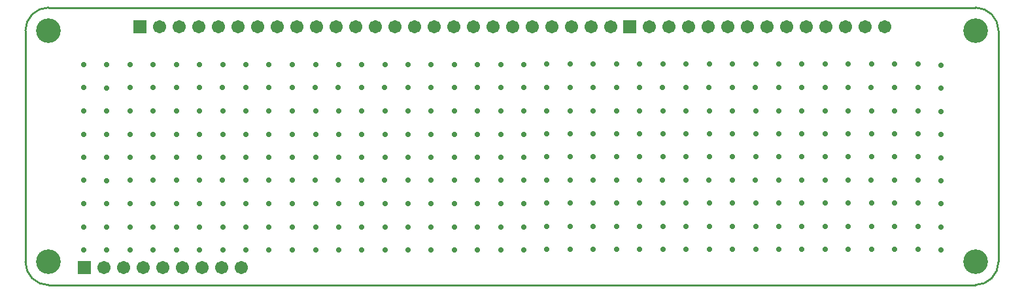
<source format=gbs>
G04*
G04 #@! TF.GenerationSoftware,Altium Limited,Altium Designer,18.1.9 (240)*
G04*
G04 Layer_Color=16711935*
%FSLAX44Y44*%
%MOMM*%
G71*
G01*
G75*
%ADD12C,0.2540*%
%ADD15R,1.7032X1.7032*%
%ADD16C,1.7032*%
%ADD17C,0.7032*%
%ADD18C,3.2032*%
D12*
X370000Y750000D02*
G03*
X400000Y720000I30000J0D01*
G01*
X1600000D02*
G03*
X1630000Y750000I0J30000D01*
G01*
Y1050000D02*
G03*
X1600000Y1080000I-30000J0D01*
G01*
X400000D02*
G03*
X370000Y1050000I0J-30000D01*
G01*
X1630000Y750000D02*
Y1050000D01*
X400000Y720000D02*
X1600000D01*
X400000Y1079750D02*
X1600000D01*
X370000Y750000D02*
Y1050000D01*
D15*
X446700Y742500D02*
D03*
X1152600Y1055250D02*
D03*
X518000Y1055250D02*
D03*
D16*
X497500Y742500D02*
D03*
X522900D02*
D03*
X548300D02*
D03*
X573700D02*
D03*
X599100D02*
D03*
X624500D02*
D03*
X649900D02*
D03*
X472100D02*
D03*
X1482800Y1055250D02*
D03*
X1457400D02*
D03*
X1432000D02*
D03*
X1406600D02*
D03*
X1381200D02*
D03*
X1355800D02*
D03*
X1330400D02*
D03*
X1305000D02*
D03*
X1279600D02*
D03*
X1254200D02*
D03*
X1228800D02*
D03*
X1203400D02*
D03*
X1178000D02*
D03*
X543400Y1055250D02*
D03*
X568800D02*
D03*
X594200D02*
D03*
X619600D02*
D03*
X645000D02*
D03*
X670400D02*
D03*
X695800D02*
D03*
X721200D02*
D03*
X746600D02*
D03*
X772000D02*
D03*
X797400D02*
D03*
X822800D02*
D03*
X848200D02*
D03*
X873600D02*
D03*
X899000D02*
D03*
X924400D02*
D03*
X949800D02*
D03*
X975200D02*
D03*
X1000600D02*
D03*
X1026000D02*
D03*
X1051400D02*
D03*
X1076800D02*
D03*
X1102200D02*
D03*
X1127600D02*
D03*
D17*
X445750Y765750D02*
D03*
Y825750D02*
D03*
X445500Y855750D02*
D03*
X445750Y885750D02*
D03*
Y915750D02*
D03*
Y945750D02*
D03*
X445500Y976000D02*
D03*
X445750Y1006000D02*
D03*
Y795500D02*
D03*
X1525750Y1006500D02*
D03*
X1525500Y976500D02*
D03*
X1525750Y946250D02*
D03*
Y916250D02*
D03*
Y886250D02*
D03*
X1525500Y856250D02*
D03*
X1525750Y826250D02*
D03*
Y796000D02*
D03*
Y766250D02*
D03*
X1495500Y1006500D02*
D03*
X1495250Y976500D02*
D03*
X1495500Y946250D02*
D03*
Y916250D02*
D03*
Y886250D02*
D03*
X1495250Y856250D02*
D03*
X1495500Y826250D02*
D03*
Y796000D02*
D03*
Y766250D02*
D03*
X1465500Y1006500D02*
D03*
X1465250Y976500D02*
D03*
X1465500Y946250D02*
D03*
Y916250D02*
D03*
Y886250D02*
D03*
X1465250Y856250D02*
D03*
X1465500Y826250D02*
D03*
Y796000D02*
D03*
Y766250D02*
D03*
X1435500Y1006500D02*
D03*
X1435250Y976500D02*
D03*
X1435500Y946250D02*
D03*
Y916250D02*
D03*
Y886250D02*
D03*
X1435250Y856250D02*
D03*
X1435500Y826250D02*
D03*
Y796000D02*
D03*
Y766250D02*
D03*
X1405750Y1006500D02*
D03*
X1405500Y976500D02*
D03*
X1405750Y946250D02*
D03*
Y916250D02*
D03*
Y886250D02*
D03*
X1405500Y856250D02*
D03*
X1405750Y826250D02*
D03*
Y796000D02*
D03*
Y766250D02*
D03*
X1375500Y1006500D02*
D03*
X1375250Y976500D02*
D03*
X1375500Y946250D02*
D03*
Y916250D02*
D03*
Y886250D02*
D03*
X1375250Y856250D02*
D03*
X1375500Y826250D02*
D03*
Y796000D02*
D03*
Y766250D02*
D03*
X1345750Y1006500D02*
D03*
X1345500Y976500D02*
D03*
X1345750Y946250D02*
D03*
Y916250D02*
D03*
Y886250D02*
D03*
X1345500Y856250D02*
D03*
X1345750Y826250D02*
D03*
Y796000D02*
D03*
Y766250D02*
D03*
X1315500Y1006500D02*
D03*
X1315250Y976500D02*
D03*
X1315500Y946250D02*
D03*
Y916250D02*
D03*
Y886250D02*
D03*
X1315250Y856250D02*
D03*
X1315500Y826250D02*
D03*
Y796000D02*
D03*
Y766250D02*
D03*
X1285500Y1006500D02*
D03*
X1285250Y976500D02*
D03*
X1285500Y946250D02*
D03*
Y916250D02*
D03*
Y886250D02*
D03*
X1285250Y856250D02*
D03*
X1285500Y826250D02*
D03*
Y796000D02*
D03*
Y766250D02*
D03*
X1255500Y1006500D02*
D03*
X1255250Y976500D02*
D03*
X1255500Y946250D02*
D03*
Y916250D02*
D03*
Y886250D02*
D03*
X1255250Y856250D02*
D03*
X1255500Y826250D02*
D03*
Y796000D02*
D03*
Y766250D02*
D03*
X1225500Y1006500D02*
D03*
X1225250Y976500D02*
D03*
X1225500Y946250D02*
D03*
Y916250D02*
D03*
Y886250D02*
D03*
X1225250Y856250D02*
D03*
X1225500Y826250D02*
D03*
Y796000D02*
D03*
Y766250D02*
D03*
X1195500Y1006500D02*
D03*
X1195250Y976500D02*
D03*
X1195500Y946250D02*
D03*
Y916250D02*
D03*
Y886250D02*
D03*
X1195250Y856250D02*
D03*
X1195500Y826250D02*
D03*
Y796000D02*
D03*
Y766250D02*
D03*
X1165500Y1006500D02*
D03*
X1165250Y976500D02*
D03*
X1165500Y946250D02*
D03*
Y916250D02*
D03*
Y886250D02*
D03*
X1165250Y856250D02*
D03*
X1165500Y826250D02*
D03*
Y796000D02*
D03*
Y766250D02*
D03*
X1135750Y1006500D02*
D03*
X1135500Y976500D02*
D03*
X1135750Y946250D02*
D03*
Y916250D02*
D03*
Y886250D02*
D03*
X1135500Y856250D02*
D03*
X1135750Y826250D02*
D03*
Y796000D02*
D03*
Y766250D02*
D03*
X1105500Y1006500D02*
D03*
X1105250Y976500D02*
D03*
X1105500Y946250D02*
D03*
Y916250D02*
D03*
Y886250D02*
D03*
X1105250Y856250D02*
D03*
X1105500Y826250D02*
D03*
Y796000D02*
D03*
Y766250D02*
D03*
X1075500Y1006500D02*
D03*
X1075250Y976500D02*
D03*
X1075500Y946250D02*
D03*
Y916250D02*
D03*
Y886250D02*
D03*
X1075250Y856250D02*
D03*
X1075500Y826250D02*
D03*
Y796000D02*
D03*
Y766250D02*
D03*
X1045250Y1006500D02*
D03*
X1045000Y976500D02*
D03*
X1045250Y946250D02*
D03*
Y916250D02*
D03*
Y886250D02*
D03*
X1045000Y856250D02*
D03*
X1045250Y826250D02*
D03*
Y796000D02*
D03*
Y766250D02*
D03*
X1015500Y1006000D02*
D03*
X1015250Y976000D02*
D03*
X1015500Y945750D02*
D03*
Y915750D02*
D03*
Y885750D02*
D03*
X1015250Y855750D02*
D03*
X1015500Y825750D02*
D03*
Y795500D02*
D03*
Y765750D02*
D03*
X1555750Y1005500D02*
D03*
X1555500Y975500D02*
D03*
X1555750Y945250D02*
D03*
Y915250D02*
D03*
Y885250D02*
D03*
X1555500Y855250D02*
D03*
X1555750Y825250D02*
D03*
Y795000D02*
D03*
Y765250D02*
D03*
X985750Y1006000D02*
D03*
X985500Y976000D02*
D03*
X985750Y945750D02*
D03*
Y915750D02*
D03*
Y885750D02*
D03*
X985500Y855750D02*
D03*
X985750Y825750D02*
D03*
Y795500D02*
D03*
Y765750D02*
D03*
X955500Y1006000D02*
D03*
X955250Y976000D02*
D03*
X955500Y945750D02*
D03*
Y915750D02*
D03*
Y885750D02*
D03*
X955250Y855750D02*
D03*
X955500Y825750D02*
D03*
Y795500D02*
D03*
Y765750D02*
D03*
X925500Y1006000D02*
D03*
X925250Y976000D02*
D03*
X925500Y945750D02*
D03*
Y915750D02*
D03*
Y885750D02*
D03*
X925250Y855750D02*
D03*
X925500Y825750D02*
D03*
Y795500D02*
D03*
Y765750D02*
D03*
X895500Y1006000D02*
D03*
X895250Y976000D02*
D03*
X895500Y945750D02*
D03*
Y915750D02*
D03*
Y885750D02*
D03*
X895250Y855750D02*
D03*
X895500Y825750D02*
D03*
Y795500D02*
D03*
Y765750D02*
D03*
X865750Y1006000D02*
D03*
X865500Y976000D02*
D03*
X865750Y945750D02*
D03*
Y915750D02*
D03*
Y885750D02*
D03*
X865500Y855750D02*
D03*
X865750Y825750D02*
D03*
Y795500D02*
D03*
Y765750D02*
D03*
X835500Y1006000D02*
D03*
X835250Y976000D02*
D03*
X835500Y945750D02*
D03*
Y915750D02*
D03*
Y885750D02*
D03*
X835250Y855750D02*
D03*
X835500Y825750D02*
D03*
Y795500D02*
D03*
Y765750D02*
D03*
X805500Y1006000D02*
D03*
X805250Y976000D02*
D03*
X805500Y945750D02*
D03*
Y915750D02*
D03*
Y885750D02*
D03*
X805250Y855750D02*
D03*
X805500Y825750D02*
D03*
Y795500D02*
D03*
Y765750D02*
D03*
X775500Y1006000D02*
D03*
X775250Y976000D02*
D03*
X775500Y945750D02*
D03*
Y915750D02*
D03*
Y885750D02*
D03*
X775250Y855750D02*
D03*
X775500Y825750D02*
D03*
Y795500D02*
D03*
Y765750D02*
D03*
X745750Y1006000D02*
D03*
X745500Y976000D02*
D03*
X745750Y945750D02*
D03*
Y915750D02*
D03*
Y885750D02*
D03*
X745500Y855750D02*
D03*
X745750Y825750D02*
D03*
Y795500D02*
D03*
Y765750D02*
D03*
X715750Y1006000D02*
D03*
X715500Y976000D02*
D03*
X715750Y945750D02*
D03*
Y915750D02*
D03*
Y885750D02*
D03*
X715500Y855750D02*
D03*
X715750Y825750D02*
D03*
Y795500D02*
D03*
Y765750D02*
D03*
X685500Y1006000D02*
D03*
X685250Y976000D02*
D03*
X685500Y945750D02*
D03*
Y915750D02*
D03*
Y885750D02*
D03*
X685250Y855750D02*
D03*
X685500Y825750D02*
D03*
Y795500D02*
D03*
Y765750D02*
D03*
X655500Y1006000D02*
D03*
X655250Y976000D02*
D03*
X655500Y945750D02*
D03*
Y915750D02*
D03*
Y885750D02*
D03*
X655250Y855750D02*
D03*
X655500Y825750D02*
D03*
Y795500D02*
D03*
Y765750D02*
D03*
X625500Y1006000D02*
D03*
X625250Y976000D02*
D03*
X625500Y945750D02*
D03*
Y915750D02*
D03*
Y885750D02*
D03*
X625250Y855750D02*
D03*
X625500Y825750D02*
D03*
Y795500D02*
D03*
Y765750D02*
D03*
X595750Y1006000D02*
D03*
X595500Y976000D02*
D03*
X595750Y945750D02*
D03*
Y915750D02*
D03*
Y885750D02*
D03*
X595500Y855750D02*
D03*
X595750Y825750D02*
D03*
Y795500D02*
D03*
Y765750D02*
D03*
X565750Y1006000D02*
D03*
X565500Y976000D02*
D03*
X565750Y945750D02*
D03*
Y915750D02*
D03*
Y885750D02*
D03*
X565500Y855750D02*
D03*
X565750Y825750D02*
D03*
Y795500D02*
D03*
Y765750D02*
D03*
X535500Y1006000D02*
D03*
X535250Y976000D02*
D03*
X535500Y945750D02*
D03*
Y915750D02*
D03*
Y885750D02*
D03*
X535250Y855750D02*
D03*
X535500Y825750D02*
D03*
Y795500D02*
D03*
Y765750D02*
D03*
X505500Y1006000D02*
D03*
X505250Y976000D02*
D03*
X505500Y945750D02*
D03*
Y915750D02*
D03*
Y885750D02*
D03*
X505250Y855750D02*
D03*
X505500Y825750D02*
D03*
Y795500D02*
D03*
Y765750D02*
D03*
X475500Y1005750D02*
D03*
X475250Y975750D02*
D03*
X475500Y945500D02*
D03*
Y915500D02*
D03*
Y885500D02*
D03*
X475250Y855500D02*
D03*
X475500Y825500D02*
D03*
Y795250D02*
D03*
Y765500D02*
D03*
D18*
X400000Y750000D02*
D03*
X1600000D02*
D03*
Y1050000D02*
D03*
X400000D02*
D03*
M02*

</source>
